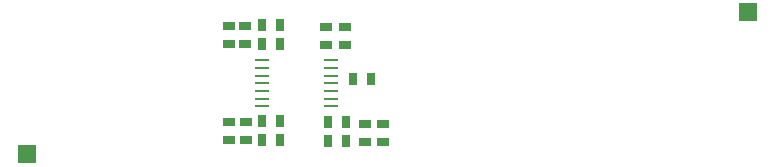
<source format=gbp>
G04*
G04 #@! TF.GenerationSoftware,Altium Limited,Altium Designer,20.2.8 (258)*
G04*
G04 Layer_Color=128*
%FSLAX44Y44*%
%MOMM*%
G71*
G04*
G04 #@! TF.SameCoordinates,7393FA29-42F3-4F85-A097-3E15B117B62E*
G04*
G04*
G04 #@! TF.FilePolarity,Positive*
G04*
G01*
G75*
%ADD11R,1.5000X1.5000*%
%ADD13R,0.7500X1.0000*%
%ADD14R,1.0000X0.7500*%
%ADD59R,1.2700X0.1700*%
D11*
X20000Y-60000D02*
D03*
X630000Y60000D02*
D03*
D13*
X289620Y-49000D02*
D03*
X274380D02*
D03*
X289620Y-33000D02*
D03*
X274380D02*
D03*
X218380Y-48000D02*
D03*
X233620D02*
D03*
X218380Y-32000D02*
D03*
X233620D02*
D03*
X218380Y33000D02*
D03*
X233620D02*
D03*
X218380Y49000D02*
D03*
X233620D02*
D03*
X310620Y4000D02*
D03*
X295380D02*
D03*
D14*
X273000Y47620D02*
D03*
Y32380D02*
D03*
X289000Y47620D02*
D03*
Y32380D02*
D03*
X306000Y-34380D02*
D03*
Y-49620D02*
D03*
X321000Y-34380D02*
D03*
Y-49620D02*
D03*
X191000Y-32380D02*
D03*
Y-47620D02*
D03*
X205000D02*
D03*
Y-32380D02*
D03*
X204000Y33380D02*
D03*
Y48620D02*
D03*
X191000Y33380D02*
D03*
Y48620D02*
D03*
D59*
X218790Y-19500D02*
D03*
Y-13000D02*
D03*
Y-6500D02*
D03*
Y0D02*
D03*
Y6500D02*
D03*
Y13000D02*
D03*
Y19500D02*
D03*
X277210D02*
D03*
Y13000D02*
D03*
Y6500D02*
D03*
Y0D02*
D03*
Y-6500D02*
D03*
Y-13000D02*
D03*
Y-19500D02*
D03*
M02*

</source>
